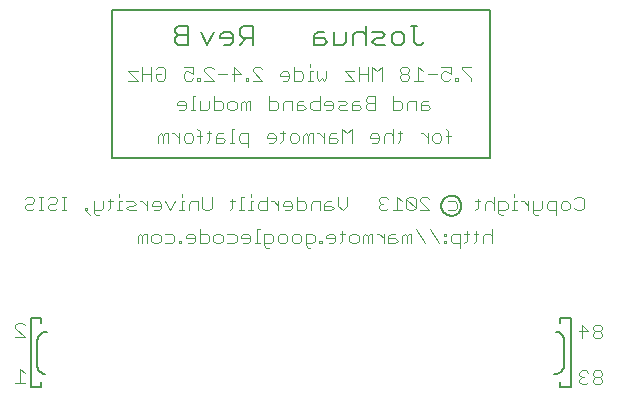
<source format=gbo>
G75*
G70*
%OFA0B0*%
%FSLAX24Y24*%
%IPPOS*%
%LPD*%
%AMOC8*
5,1,8,0,0,1.08239X$1,22.5*
%
%ADD10C,0.0080*%
%ADD11C,0.0060*%
%ADD12C,0.0040*%
%ADD13C,0.0050*%
D10*
X008882Y001756D02*
X008882Y004056D01*
X009221Y004056D01*
X009221Y003890D01*
X009087Y003292D02*
X009087Y002504D01*
X009087Y002505D02*
X009086Y002472D01*
X009089Y002440D01*
X009096Y002409D01*
X009107Y002378D01*
X009120Y002349D01*
X009137Y002321D01*
X009157Y002296D01*
X009179Y002273D01*
X009204Y002252D01*
X009232Y002235D01*
X009261Y002220D01*
X009291Y002209D01*
X009322Y002202D01*
X009354Y002198D01*
X009213Y001922D02*
X009213Y001756D01*
X008882Y001756D01*
X009087Y003300D02*
X009089Y003333D01*
X009095Y003366D01*
X009104Y003398D01*
X009116Y003429D01*
X009132Y003459D01*
X009150Y003487D01*
X009172Y003512D01*
X009195Y003536D01*
X009222Y003556D01*
X009250Y003574D01*
X009280Y003589D01*
X009311Y003601D01*
X009344Y003609D01*
X009377Y003614D01*
X009410Y003615D01*
X011567Y009402D02*
X024166Y009402D01*
X024166Y014323D01*
X011567Y014323D01*
X011567Y009402D01*
X026379Y003614D02*
X026411Y003610D01*
X026442Y003603D01*
X026472Y003592D01*
X026501Y003577D01*
X026529Y003560D01*
X026554Y003539D01*
X026576Y003516D01*
X026596Y003491D01*
X026613Y003463D01*
X026626Y003434D01*
X026637Y003403D01*
X026644Y003372D01*
X026647Y003340D01*
X026646Y003307D01*
X026646Y002520D01*
X026646Y002512D02*
X026644Y002479D01*
X026638Y002446D01*
X026629Y002414D01*
X026617Y002383D01*
X026601Y002353D01*
X026583Y002325D01*
X026561Y002300D01*
X026538Y002276D01*
X026511Y002256D01*
X026483Y002238D01*
X026453Y002223D01*
X026422Y002211D01*
X026389Y002203D01*
X026356Y002198D01*
X026323Y002197D01*
X026512Y001922D02*
X026512Y001756D01*
X026867Y001756D01*
X026867Y004056D01*
X026520Y004056D01*
X026520Y003890D01*
D11*
X021864Y013172D02*
X021757Y013172D01*
X021650Y013279D01*
X021650Y013813D01*
X021757Y013813D02*
X021543Y013813D01*
X021326Y013492D02*
X021326Y013279D01*
X021219Y013172D01*
X021006Y013172D01*
X020899Y013279D01*
X020899Y013492D01*
X021006Y013599D01*
X021219Y013599D01*
X021326Y013492D01*
X020681Y013492D02*
X020575Y013599D01*
X020254Y013599D01*
X020361Y013386D02*
X020575Y013386D01*
X020681Y013492D01*
X020361Y013386D02*
X020254Y013279D01*
X020361Y013172D01*
X020681Y013172D01*
X020037Y013172D02*
X020037Y013813D01*
X019930Y013599D02*
X019716Y013599D01*
X019610Y013492D01*
X019610Y013172D01*
X019392Y013279D02*
X019285Y013172D01*
X018965Y013172D01*
X018965Y013599D01*
X018641Y013599D02*
X018427Y013599D01*
X018321Y013492D01*
X018321Y013172D01*
X018641Y013172D01*
X018748Y013279D01*
X018641Y013386D01*
X018321Y013386D01*
X019392Y013279D02*
X019392Y013599D01*
X019930Y013599D02*
X020037Y013492D01*
X021864Y013172D02*
X021970Y013279D01*
X016262Y013386D02*
X015941Y013386D01*
X015835Y013492D01*
X015835Y013706D01*
X015941Y013813D01*
X016262Y013813D01*
X016262Y013172D01*
X016048Y013386D02*
X015835Y013172D01*
X015617Y013279D02*
X015617Y013492D01*
X015510Y013599D01*
X015297Y013599D01*
X015190Y013492D01*
X015190Y013386D01*
X015617Y013386D01*
X015617Y013279D02*
X015510Y013172D01*
X015297Y013172D01*
X014973Y013599D02*
X014759Y013172D01*
X014546Y013599D01*
X014096Y013492D02*
X013776Y013492D01*
X013669Y013386D01*
X013669Y013279D01*
X013776Y013172D01*
X014096Y013172D01*
X014096Y013813D01*
X013776Y013813D01*
X013669Y013706D01*
X013669Y013599D01*
X013776Y013492D01*
D12*
X008661Y001910D02*
X008354Y001910D01*
X008508Y001910D02*
X008508Y002371D01*
X008661Y002217D01*
X008661Y003434D02*
X008354Y003741D01*
X008354Y003817D01*
X008431Y003894D01*
X008585Y003894D01*
X008661Y003817D01*
X008661Y003434D02*
X008354Y003434D01*
X012427Y006568D02*
X012427Y006798D01*
X012504Y006875D01*
X012581Y006798D01*
X012581Y006568D01*
X012734Y006568D02*
X012734Y006875D01*
X012658Y006875D01*
X012581Y006798D01*
X012888Y006798D02*
X012888Y006644D01*
X012965Y006568D01*
X013118Y006568D01*
X013195Y006644D01*
X013195Y006798D01*
X013118Y006875D01*
X012965Y006875D01*
X012888Y006798D01*
X013348Y006875D02*
X013578Y006875D01*
X013655Y006798D01*
X013655Y006644D01*
X013578Y006568D01*
X013348Y006568D01*
X013809Y006568D02*
X013885Y006568D01*
X013885Y006644D01*
X013809Y006644D01*
X013809Y006568D01*
X014039Y006721D02*
X014346Y006721D01*
X014346Y006644D02*
X014346Y006798D01*
X014269Y006875D01*
X014116Y006875D01*
X014039Y006798D01*
X014039Y006721D01*
X014116Y006568D02*
X014269Y006568D01*
X014346Y006644D01*
X014499Y006568D02*
X014729Y006568D01*
X014806Y006644D01*
X014806Y006798D01*
X014729Y006875D01*
X014499Y006875D01*
X014499Y007028D02*
X014499Y006568D01*
X014960Y006644D02*
X014960Y006798D01*
X015036Y006875D01*
X015190Y006875D01*
X015267Y006798D01*
X015267Y006644D01*
X015190Y006568D01*
X015036Y006568D01*
X014960Y006644D01*
X015420Y006568D02*
X015650Y006568D01*
X015727Y006644D01*
X015727Y006798D01*
X015650Y006875D01*
X015420Y006875D01*
X015880Y006798D02*
X015880Y006721D01*
X016187Y006721D01*
X016187Y006644D02*
X016187Y006798D01*
X016111Y006875D01*
X015957Y006875D01*
X015880Y006798D01*
X015957Y006568D02*
X016111Y006568D01*
X016187Y006644D01*
X016341Y006568D02*
X016494Y006568D01*
X016418Y006568D02*
X016418Y007028D01*
X016494Y007028D01*
X016648Y006875D02*
X016878Y006875D01*
X016955Y006798D01*
X016955Y006644D01*
X016878Y006568D01*
X016648Y006568D01*
X016648Y006491D02*
X016648Y006875D01*
X017108Y006798D02*
X017108Y006644D01*
X017185Y006568D01*
X017338Y006568D01*
X017415Y006644D01*
X017415Y006798D01*
X017338Y006875D01*
X017185Y006875D01*
X017108Y006798D01*
X017568Y006798D02*
X017568Y006644D01*
X017645Y006568D01*
X017799Y006568D01*
X017875Y006644D01*
X017875Y006798D01*
X017799Y006875D01*
X017645Y006875D01*
X017568Y006798D01*
X018029Y006875D02*
X018259Y006875D01*
X018336Y006798D01*
X018336Y006644D01*
X018259Y006568D01*
X018029Y006568D01*
X018029Y006491D02*
X018029Y006875D01*
X018029Y006491D02*
X018106Y006414D01*
X018182Y006414D01*
X018489Y006568D02*
X018566Y006568D01*
X018566Y006644D01*
X018489Y006644D01*
X018489Y006568D01*
X018719Y006721D02*
X019026Y006721D01*
X019026Y006644D02*
X019026Y006798D01*
X018950Y006875D01*
X018796Y006875D01*
X018719Y006798D01*
X018719Y006721D01*
X018796Y006568D02*
X018950Y006568D01*
X019026Y006644D01*
X019180Y006568D02*
X019257Y006644D01*
X019257Y006951D01*
X019333Y006875D02*
X019180Y006875D01*
X019487Y006798D02*
X019564Y006875D01*
X019717Y006875D01*
X019794Y006798D01*
X019794Y006644D01*
X019717Y006568D01*
X019564Y006568D01*
X019487Y006644D01*
X019487Y006798D01*
X019947Y006798D02*
X019947Y006568D01*
X020101Y006568D02*
X020101Y006798D01*
X020024Y006875D01*
X019947Y006798D01*
X020101Y006798D02*
X020177Y006875D01*
X020254Y006875D01*
X020254Y006568D01*
X020408Y006875D02*
X020484Y006875D01*
X020638Y006721D01*
X020791Y006721D02*
X021021Y006721D01*
X021098Y006644D01*
X021021Y006568D01*
X020791Y006568D01*
X020791Y006798D01*
X020868Y006875D01*
X021021Y006875D01*
X021252Y006798D02*
X021252Y006568D01*
X021405Y006568D02*
X021405Y006798D01*
X021328Y006875D01*
X021252Y006798D01*
X021405Y006798D02*
X021482Y006875D01*
X021559Y006875D01*
X021559Y006568D01*
X022019Y006568D02*
X021712Y007028D01*
X022172Y007028D02*
X022479Y006568D01*
X022633Y006568D02*
X022710Y006568D01*
X022710Y006644D01*
X022633Y006644D01*
X022633Y006568D01*
X022633Y006798D02*
X022710Y006798D01*
X022710Y006875D01*
X022633Y006875D01*
X022633Y006798D01*
X022863Y006798D02*
X022863Y006644D01*
X022940Y006568D01*
X023170Y006568D01*
X023323Y006568D02*
X023400Y006644D01*
X023400Y006951D01*
X023477Y006875D02*
X023323Y006875D01*
X023170Y006875D02*
X022940Y006875D01*
X022863Y006798D01*
X023170Y006875D02*
X023170Y006414D01*
X023630Y006568D02*
X023707Y006644D01*
X023707Y006951D01*
X023784Y006875D02*
X023630Y006875D01*
X023937Y006798D02*
X023937Y006568D01*
X023937Y006798D02*
X024014Y006875D01*
X024167Y006875D01*
X024244Y006798D01*
X024244Y007028D02*
X024244Y006568D01*
X024533Y007497D02*
X024456Y007574D01*
X024456Y007957D01*
X024686Y007957D01*
X024763Y007881D01*
X024763Y007727D01*
X024686Y007650D01*
X024456Y007650D01*
X024303Y007650D02*
X024303Y008111D01*
X024226Y007957D02*
X024073Y007957D01*
X023996Y007881D01*
X023996Y007650D01*
X023766Y007727D02*
X023766Y008034D01*
X023842Y007957D02*
X023689Y007957D01*
X023766Y007727D02*
X023689Y007650D01*
X024226Y007957D02*
X024303Y007881D01*
X024917Y007650D02*
X025070Y007650D01*
X024993Y007650D02*
X024993Y007957D01*
X025070Y007957D01*
X025224Y007957D02*
X025300Y007957D01*
X025454Y007804D01*
X025454Y007957D02*
X025454Y007650D01*
X025607Y007650D02*
X025837Y007650D01*
X025914Y007727D01*
X025914Y007957D01*
X026068Y007881D02*
X026068Y007727D01*
X026144Y007650D01*
X026375Y007650D01*
X026375Y007497D02*
X026375Y007957D01*
X026144Y007957D01*
X026068Y007881D01*
X026528Y007881D02*
X026528Y007727D01*
X026605Y007650D01*
X026758Y007650D01*
X026835Y007727D01*
X026835Y007881D01*
X026758Y007957D01*
X026605Y007957D01*
X026528Y007881D01*
X026988Y008034D02*
X027065Y008111D01*
X027219Y008111D01*
X027295Y008034D01*
X027295Y007727D01*
X027219Y007650D01*
X027065Y007650D01*
X026988Y007727D01*
X025761Y007497D02*
X025684Y007497D01*
X025607Y007574D01*
X025607Y007957D01*
X024993Y008111D02*
X024993Y008187D01*
X024610Y007497D02*
X024533Y007497D01*
X023075Y007727D02*
X022998Y007650D01*
X022768Y007650D01*
X022768Y007957D02*
X022998Y007957D01*
X023075Y007881D01*
X023075Y007727D01*
X022154Y007650D02*
X021847Y007957D01*
X021847Y008034D01*
X021924Y008111D01*
X022078Y008111D01*
X022154Y008034D01*
X022154Y007650D02*
X021847Y007650D01*
X021694Y007727D02*
X021387Y008034D01*
X021387Y007727D01*
X021464Y007650D01*
X021617Y007650D01*
X021694Y007727D01*
X021694Y008034D01*
X021617Y008111D01*
X021464Y008111D01*
X021387Y008034D01*
X021234Y007957D02*
X021080Y008111D01*
X021080Y007650D01*
X020927Y007650D02*
X021234Y007650D01*
X020773Y007727D02*
X020696Y007650D01*
X020543Y007650D01*
X020466Y007727D01*
X020466Y007804D01*
X020543Y007881D01*
X020620Y007881D01*
X020543Y007881D02*
X020466Y007957D01*
X020466Y008034D01*
X020543Y008111D01*
X020696Y008111D01*
X020773Y008034D01*
X019421Y008111D02*
X019421Y007804D01*
X019268Y007650D01*
X019114Y007804D01*
X019114Y008111D01*
X018884Y007957D02*
X018731Y007957D01*
X018654Y007881D01*
X018654Y007650D01*
X018884Y007650D01*
X018961Y007727D01*
X018884Y007804D01*
X018654Y007804D01*
X018501Y007957D02*
X018501Y007650D01*
X018501Y007957D02*
X018270Y007957D01*
X018194Y007881D01*
X018194Y007650D01*
X018040Y007727D02*
X018040Y007881D01*
X017963Y007957D01*
X017733Y007957D01*
X017733Y008111D02*
X017733Y007650D01*
X017963Y007650D01*
X018040Y007727D01*
X017580Y007727D02*
X017580Y007881D01*
X017503Y007957D01*
X017350Y007957D01*
X017273Y007881D01*
X017273Y007804D01*
X017580Y007804D01*
X017580Y007727D02*
X017503Y007650D01*
X017350Y007650D01*
X017119Y007650D02*
X017119Y007957D01*
X017119Y007804D02*
X016966Y007957D01*
X016889Y007957D01*
X016736Y007957D02*
X016506Y007957D01*
X016429Y007881D01*
X016429Y007727D01*
X016506Y007650D01*
X016736Y007650D01*
X016736Y008111D01*
X016275Y007957D02*
X016199Y007957D01*
X016199Y007650D01*
X016275Y007650D02*
X016122Y007650D01*
X015968Y007650D02*
X015815Y007650D01*
X015892Y007650D02*
X015892Y008111D01*
X015968Y008111D01*
X016199Y008111D02*
X016199Y008187D01*
X015661Y007957D02*
X015508Y007957D01*
X015585Y008034D02*
X015585Y007727D01*
X015508Y007650D01*
X014894Y007727D02*
X014817Y007650D01*
X014664Y007650D01*
X014587Y007727D01*
X014587Y008111D01*
X014434Y007957D02*
X014204Y007957D01*
X014127Y007881D01*
X014127Y007650D01*
X013973Y007650D02*
X013820Y007650D01*
X013897Y007650D02*
X013897Y007957D01*
X013973Y007957D01*
X013897Y008111D02*
X013897Y008187D01*
X013666Y007957D02*
X013513Y007650D01*
X013360Y007957D01*
X013206Y007881D02*
X013129Y007957D01*
X012976Y007957D01*
X012899Y007881D01*
X012899Y007804D01*
X013206Y007804D01*
X013206Y007727D02*
X013206Y007881D01*
X013206Y007727D02*
X013129Y007650D01*
X012976Y007650D01*
X012746Y007650D02*
X012746Y007957D01*
X012746Y007804D02*
X012592Y007957D01*
X012515Y007957D01*
X012362Y007881D02*
X012285Y007957D01*
X012055Y007957D01*
X011902Y007957D02*
X011825Y007957D01*
X011825Y007650D01*
X011902Y007650D02*
X011748Y007650D01*
X011518Y007727D02*
X011518Y008034D01*
X011595Y007957D02*
X011441Y007957D01*
X011288Y007957D02*
X011288Y007727D01*
X011211Y007650D01*
X010981Y007650D01*
X010981Y007574D02*
X011058Y007497D01*
X011134Y007497D01*
X010981Y007574D02*
X010981Y007957D01*
X010751Y007727D02*
X010751Y007650D01*
X010674Y007650D01*
X010674Y007727D01*
X010751Y007727D01*
X010674Y007650D02*
X010827Y007497D01*
X011441Y007650D02*
X011518Y007727D01*
X011825Y008111D02*
X011825Y008187D01*
X012132Y007804D02*
X012285Y007804D01*
X012362Y007881D01*
X012362Y007650D02*
X012132Y007650D01*
X012055Y007727D01*
X012132Y007804D01*
X010060Y007650D02*
X009907Y007650D01*
X009983Y007650D02*
X009983Y008111D01*
X009907Y008111D02*
X010060Y008111D01*
X009753Y008034D02*
X009753Y007957D01*
X009676Y007881D01*
X009523Y007881D01*
X009446Y007804D01*
X009446Y007727D01*
X009523Y007650D01*
X009676Y007650D01*
X009753Y007727D01*
X009753Y008034D02*
X009676Y008111D01*
X009523Y008111D01*
X009446Y008034D01*
X009293Y008111D02*
X009139Y008111D01*
X009216Y008111D02*
X009216Y007650D01*
X009293Y007650D02*
X009139Y007650D01*
X008986Y007727D02*
X008909Y007650D01*
X008756Y007650D01*
X008679Y007727D01*
X008679Y007804D01*
X008756Y007881D01*
X008909Y007881D01*
X008986Y007957D01*
X008986Y008034D01*
X008909Y008111D01*
X008756Y008111D01*
X008679Y008034D01*
X013121Y009914D02*
X013121Y010144D01*
X013198Y010221D01*
X013275Y010144D01*
X013275Y009914D01*
X013428Y009914D02*
X013428Y010221D01*
X013351Y010221D01*
X013275Y010144D01*
X013582Y010221D02*
X013658Y010221D01*
X013812Y010068D01*
X013812Y010221D02*
X013812Y009914D01*
X013965Y009991D02*
X013965Y010144D01*
X014042Y010221D01*
X014195Y010221D01*
X014272Y010144D01*
X014272Y009991D01*
X014195Y009914D01*
X014042Y009914D01*
X013965Y009991D01*
X014426Y010144D02*
X014579Y010144D01*
X014502Y010298D02*
X014426Y010374D01*
X014502Y010298D02*
X014502Y009914D01*
X014733Y009914D02*
X014809Y009991D01*
X014809Y010298D01*
X014886Y010221D02*
X014733Y010221D01*
X015040Y010144D02*
X015040Y009914D01*
X015270Y009914D01*
X015346Y009991D01*
X015270Y010068D01*
X015040Y010068D01*
X015040Y010144D02*
X015116Y010221D01*
X015270Y010221D01*
X015577Y010374D02*
X015577Y009914D01*
X015653Y009914D02*
X015500Y009914D01*
X015807Y009991D02*
X015807Y010144D01*
X015884Y010221D01*
X016114Y010221D01*
X016114Y009761D01*
X016114Y009914D02*
X015884Y009914D01*
X015807Y009991D01*
X015653Y010374D02*
X015577Y010374D01*
X015502Y010997D02*
X015425Y011074D01*
X015425Y011227D01*
X015502Y011304D01*
X015655Y011304D01*
X015732Y011227D01*
X015732Y011074D01*
X015655Y010997D01*
X015502Y010997D01*
X015271Y011074D02*
X015271Y011227D01*
X015195Y011304D01*
X014964Y011304D01*
X014811Y011304D02*
X014811Y011074D01*
X014734Y010997D01*
X014504Y010997D01*
X014504Y011304D01*
X014351Y011457D02*
X014274Y011457D01*
X014274Y010997D01*
X014351Y010997D02*
X014197Y010997D01*
X014044Y011074D02*
X014044Y011227D01*
X013967Y011304D01*
X013813Y011304D01*
X013737Y011227D01*
X013737Y011150D01*
X014044Y011150D01*
X014044Y011074D02*
X013967Y010997D01*
X013813Y010997D01*
X014964Y010997D02*
X015195Y010997D01*
X015271Y011074D01*
X014964Y010997D02*
X014964Y011457D01*
X014961Y011981D02*
X014654Y011981D01*
X014501Y011981D02*
X014424Y011981D01*
X014424Y012058D01*
X014501Y012058D01*
X014501Y011981D01*
X014271Y012058D02*
X014194Y011981D01*
X014040Y011981D01*
X013964Y012058D01*
X013964Y012211D01*
X014040Y012288D01*
X014117Y012288D01*
X014271Y012211D01*
X014271Y012441D01*
X013964Y012441D01*
X013350Y012365D02*
X013350Y012058D01*
X013273Y011981D01*
X013120Y011981D01*
X013043Y012058D01*
X013043Y012211D01*
X013196Y012211D01*
X013043Y012365D02*
X013120Y012441D01*
X013273Y012441D01*
X013350Y012365D01*
X012889Y012441D02*
X012889Y011981D01*
X012889Y012211D02*
X012583Y012211D01*
X012429Y012288D02*
X012122Y012288D01*
X012429Y011981D01*
X012122Y011981D01*
X012583Y011981D02*
X012583Y012441D01*
X014654Y012365D02*
X014654Y012288D01*
X014961Y011981D01*
X015115Y012211D02*
X015422Y012211D01*
X015575Y012211D02*
X015882Y012211D01*
X015652Y012441D01*
X015652Y011981D01*
X016035Y011981D02*
X016112Y011981D01*
X016112Y012058D01*
X016035Y012058D01*
X016035Y011981D01*
X016266Y011981D02*
X016573Y011981D01*
X016266Y012288D01*
X016266Y012365D01*
X016342Y012441D01*
X016496Y012441D01*
X016573Y012365D01*
X017186Y012211D02*
X017186Y012134D01*
X017493Y012134D01*
X017493Y012058D02*
X017493Y012211D01*
X017417Y012288D01*
X017263Y012288D01*
X017186Y012211D01*
X017263Y011981D02*
X017417Y011981D01*
X017493Y012058D01*
X017647Y011981D02*
X017877Y011981D01*
X017954Y012058D01*
X017954Y012211D01*
X017877Y012288D01*
X017647Y012288D01*
X017647Y012441D02*
X017647Y011981D01*
X018107Y011981D02*
X018261Y011981D01*
X018184Y011981D02*
X018184Y012288D01*
X018261Y012288D01*
X018414Y012288D02*
X018414Y012058D01*
X018491Y011981D01*
X018568Y012058D01*
X018644Y011981D01*
X018721Y012058D01*
X018721Y012288D01*
X018184Y012441D02*
X018184Y012518D01*
X019335Y012288D02*
X019642Y011981D01*
X019335Y011981D01*
X019335Y012288D02*
X019642Y012288D01*
X019795Y012211D02*
X020102Y012211D01*
X020102Y011981D02*
X020102Y012441D01*
X020256Y012441D02*
X020409Y012288D01*
X020563Y012441D01*
X020563Y011981D01*
X020256Y011981D02*
X020256Y012441D01*
X019795Y012441D02*
X019795Y011981D01*
X020105Y011457D02*
X020029Y011380D01*
X020029Y011304D01*
X020105Y011227D01*
X020336Y011227D01*
X020336Y011457D02*
X020105Y011457D01*
X020105Y011227D02*
X020029Y011150D01*
X020029Y011074D01*
X020105Y010997D01*
X020336Y010997D01*
X020336Y011457D01*
X020950Y011457D02*
X020950Y010997D01*
X021180Y010997D01*
X021256Y011074D01*
X021256Y011227D01*
X021180Y011304D01*
X020950Y011304D01*
X021410Y011227D02*
X021410Y010997D01*
X021410Y011227D02*
X021487Y011304D01*
X021717Y011304D01*
X021717Y010997D01*
X021870Y010997D02*
X022101Y010997D01*
X022177Y011074D01*
X022101Y011150D01*
X021870Y011150D01*
X021870Y011227D02*
X021870Y010997D01*
X021870Y011227D02*
X021947Y011304D01*
X022101Y011304D01*
X021944Y011981D02*
X021637Y011981D01*
X021790Y011981D02*
X021790Y012441D01*
X021944Y012288D01*
X022097Y012211D02*
X022404Y012211D01*
X022558Y012211D02*
X022558Y012058D01*
X022634Y011981D01*
X022788Y011981D01*
X022865Y012058D01*
X023018Y012058D02*
X023018Y011981D01*
X023095Y011981D01*
X023095Y012058D01*
X023018Y012058D01*
X022865Y012211D02*
X022711Y012288D01*
X022634Y012288D01*
X022558Y012211D01*
X022558Y012441D02*
X022865Y012441D01*
X022865Y012211D01*
X023248Y012365D02*
X023555Y012058D01*
X023555Y011981D01*
X023555Y012441D02*
X023248Y012441D01*
X023248Y012365D01*
X021483Y012365D02*
X021483Y012288D01*
X021407Y012211D01*
X021253Y012211D01*
X021177Y012134D01*
X021177Y012058D01*
X021253Y011981D01*
X021407Y011981D01*
X021483Y012058D01*
X021483Y012134D01*
X021407Y012211D01*
X021253Y012211D02*
X021177Y012288D01*
X021177Y012365D01*
X021253Y012441D01*
X021407Y012441D01*
X021483Y012365D01*
X019799Y011304D02*
X019645Y011304D01*
X019568Y011227D01*
X019568Y010997D01*
X019799Y010997D01*
X019875Y011074D01*
X019799Y011150D01*
X019568Y011150D01*
X019415Y011227D02*
X019338Y011304D01*
X019108Y011304D01*
X018954Y011227D02*
X018878Y011304D01*
X018724Y011304D01*
X018648Y011227D01*
X018648Y011150D01*
X018954Y011150D01*
X018954Y011074D02*
X018954Y011227D01*
X018954Y011074D02*
X018878Y010997D01*
X018724Y010997D01*
X018494Y010997D02*
X018264Y010997D01*
X018187Y011074D01*
X018187Y011227D01*
X018264Y011304D01*
X018494Y011304D01*
X018494Y011457D02*
X018494Y010997D01*
X019108Y011074D02*
X019185Y011150D01*
X019338Y011150D01*
X019415Y011227D01*
X019415Y010997D02*
X019185Y010997D01*
X019108Y011074D01*
X019260Y010374D02*
X019260Y009914D01*
X019106Y009991D02*
X019030Y010068D01*
X018799Y010068D01*
X018799Y010144D02*
X018799Y009914D01*
X019030Y009914D01*
X019106Y009991D01*
X019030Y010221D02*
X018876Y010221D01*
X018799Y010144D01*
X018646Y010068D02*
X018492Y010221D01*
X018416Y010221D01*
X018262Y010221D02*
X018186Y010221D01*
X018109Y010144D01*
X018032Y010221D01*
X017955Y010144D01*
X017955Y009914D01*
X018109Y009914D02*
X018109Y010144D01*
X018262Y010221D02*
X018262Y009914D01*
X018646Y009914D02*
X018646Y010221D01*
X019260Y010374D02*
X019413Y010221D01*
X019567Y010374D01*
X019567Y009914D01*
X020181Y010068D02*
X020181Y010144D01*
X020257Y010221D01*
X020411Y010221D01*
X020488Y010144D01*
X020488Y009991D01*
X020411Y009914D01*
X020257Y009914D01*
X020181Y010068D02*
X020488Y010068D01*
X020641Y010144D02*
X020641Y009914D01*
X020641Y010144D02*
X020718Y010221D01*
X020871Y010221D01*
X020948Y010144D01*
X021101Y010221D02*
X021255Y010221D01*
X021178Y010298D02*
X021178Y009991D01*
X021101Y009914D01*
X020948Y009914D02*
X020948Y010374D01*
X021869Y010221D02*
X021945Y010221D01*
X022099Y010068D01*
X022099Y010221D02*
X022099Y009914D01*
X022252Y009991D02*
X022252Y010144D01*
X022329Y010221D01*
X022483Y010221D01*
X022559Y010144D01*
X022559Y009991D01*
X022483Y009914D01*
X022329Y009914D01*
X022252Y009991D01*
X022713Y010144D02*
X022866Y010144D01*
X022789Y010298D02*
X022713Y010374D01*
X022789Y010298D02*
X022789Y009914D01*
X020638Y006875D02*
X020638Y006568D01*
X016801Y006414D02*
X016724Y006414D01*
X016648Y006491D01*
X014894Y007727D02*
X014894Y008111D01*
X014434Y007957D02*
X014434Y007650D01*
X016804Y009914D02*
X016958Y009914D01*
X017035Y009991D01*
X017035Y010144D01*
X016958Y010221D01*
X016804Y010221D01*
X016728Y010144D01*
X016728Y010068D01*
X017035Y010068D01*
X017188Y010221D02*
X017342Y010221D01*
X017265Y010298D02*
X017265Y009991D01*
X017188Y009914D01*
X017495Y009991D02*
X017495Y010144D01*
X017572Y010221D01*
X017725Y010221D01*
X017802Y010144D01*
X017802Y009991D01*
X017725Y009914D01*
X017572Y009914D01*
X017495Y009991D01*
X017573Y010997D02*
X017573Y011304D01*
X017343Y011304D01*
X017266Y011227D01*
X017266Y010997D01*
X017113Y011074D02*
X017113Y011227D01*
X017036Y011304D01*
X016806Y011304D01*
X016806Y011457D02*
X016806Y010997D01*
X017036Y010997D01*
X017113Y011074D01*
X017727Y011150D02*
X017957Y011150D01*
X018034Y011074D01*
X017957Y010997D01*
X017727Y010997D01*
X017727Y011227D01*
X017804Y011304D01*
X017957Y011304D01*
X016192Y011304D02*
X016192Y010997D01*
X016039Y010997D02*
X016039Y011227D01*
X015962Y011304D01*
X015885Y011227D01*
X015885Y010997D01*
X016039Y011227D02*
X016115Y011304D01*
X016192Y011304D01*
X014961Y012365D02*
X014884Y012441D01*
X014731Y012441D01*
X014654Y012365D01*
X027230Y003847D02*
X027460Y003617D01*
X027154Y003617D01*
X027230Y003387D02*
X027230Y003847D01*
X027614Y003770D02*
X027614Y003693D01*
X027691Y003617D01*
X027844Y003617D01*
X027921Y003693D01*
X027921Y003770D01*
X027844Y003847D01*
X027691Y003847D01*
X027614Y003770D01*
X027691Y003617D02*
X027614Y003540D01*
X027614Y003463D01*
X027691Y003387D01*
X027844Y003387D01*
X027921Y003463D01*
X027921Y003540D01*
X027844Y003617D01*
X027844Y002319D02*
X027691Y002319D01*
X027614Y002243D01*
X027614Y002166D01*
X027691Y002089D01*
X027844Y002089D01*
X027921Y002166D01*
X027921Y002243D01*
X027844Y002319D01*
X027844Y002089D02*
X027921Y002012D01*
X027921Y001936D01*
X027844Y001859D01*
X027691Y001859D01*
X027614Y001936D01*
X027614Y002012D01*
X027691Y002089D01*
X027460Y001936D02*
X027384Y001859D01*
X027230Y001859D01*
X027154Y001936D01*
X027154Y002012D01*
X027230Y002089D01*
X027307Y002089D01*
X027230Y002089D02*
X027154Y002166D01*
X027154Y002243D01*
X027230Y002319D01*
X027384Y002319D01*
X027460Y002243D01*
D13*
X022551Y007807D02*
X022553Y007843D01*
X022559Y007879D01*
X022569Y007914D01*
X022582Y007948D01*
X022599Y007980D01*
X022619Y008010D01*
X022643Y008037D01*
X022669Y008062D01*
X022698Y008084D01*
X022729Y008103D01*
X022762Y008118D01*
X022796Y008130D01*
X022832Y008138D01*
X022868Y008142D01*
X022904Y008142D01*
X022940Y008138D01*
X022976Y008130D01*
X023010Y008118D01*
X023043Y008103D01*
X023074Y008084D01*
X023103Y008062D01*
X023129Y008037D01*
X023153Y008010D01*
X023173Y007980D01*
X023190Y007948D01*
X023203Y007914D01*
X023213Y007879D01*
X023219Y007843D01*
X023221Y007807D01*
X023219Y007771D01*
X023213Y007735D01*
X023203Y007700D01*
X023190Y007666D01*
X023173Y007634D01*
X023153Y007604D01*
X023129Y007577D01*
X023103Y007552D01*
X023074Y007530D01*
X023043Y007511D01*
X023010Y007496D01*
X022976Y007484D01*
X022940Y007476D01*
X022904Y007472D01*
X022868Y007472D01*
X022832Y007476D01*
X022796Y007484D01*
X022762Y007496D01*
X022729Y007511D01*
X022698Y007530D01*
X022669Y007552D01*
X022643Y007577D01*
X022619Y007604D01*
X022599Y007634D01*
X022582Y007666D01*
X022569Y007700D01*
X022559Y007735D01*
X022553Y007771D01*
X022551Y007807D01*
M02*

</source>
